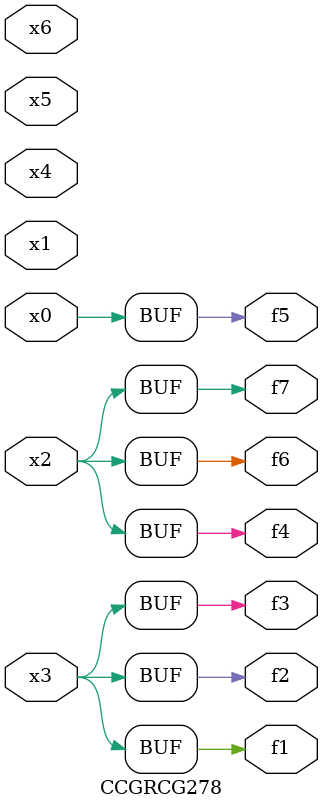
<source format=v>
module CCGRCG278(
	input x0, x1, x2, x3, x4, x5, x6,
	output f1, f2, f3, f4, f5, f6, f7
);
	assign f1 = x3;
	assign f2 = x3;
	assign f3 = x3;
	assign f4 = x2;
	assign f5 = x0;
	assign f6 = x2;
	assign f7 = x2;
endmodule

</source>
